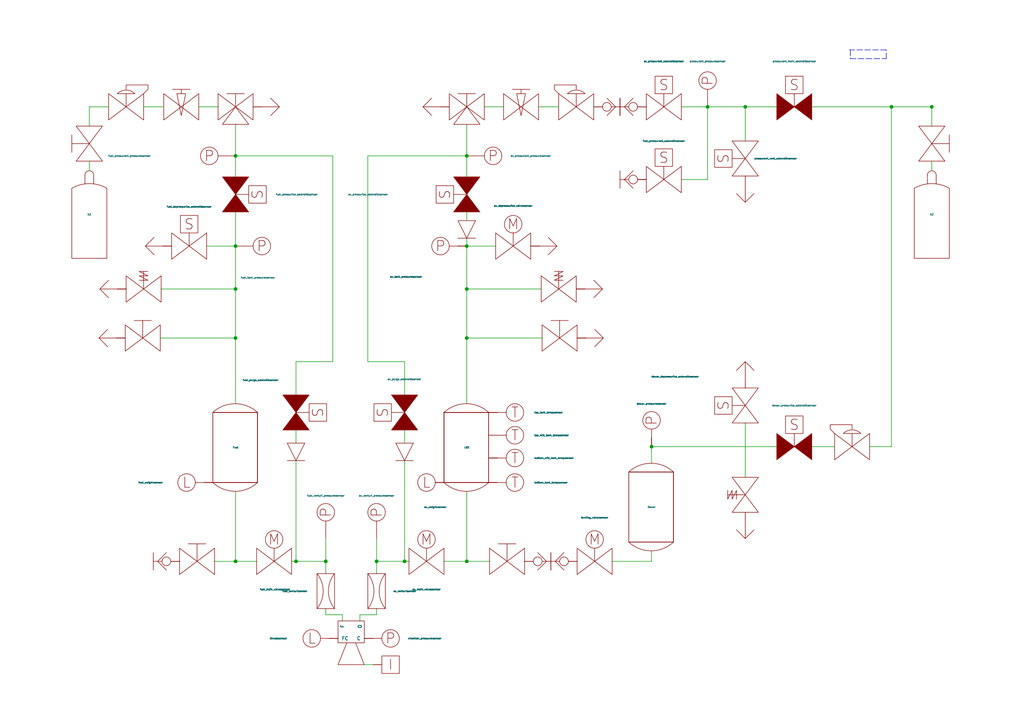
<source format=kicad_sch>
(kicad_sch (version 20231120) (generator "eeschema") (generator_version "8.0")
  (paper "A4")
  (lib_symbols
    (symbol "lamarr_complete-rescue:CheckValve-PnID-Lib" (pin_numbers hide) (pin_names (offset 1.016))
      (property "Reference" "CheckValve" (at 0 -3.302 0))
      (symbol "CheckValve-PnID-Lib_0_0"
        (polyline (pts (xy 2.54 2.54) (xy 2.54 -2.54)))
        (polyline (pts (xy -2.54 2.54) (xy -2.54 -2.54) (xy 2.54 0) (xy -2.54 2.54)))
      )
      (symbol "CheckValve-PnID-Lib_1_1"
        (pin bidirectional line (at -2.54 0 0) (length 0) (name "~") (number "~"))
        (pin bidirectional line (at 2.54 0 180) (length 0) (name "~") (number "~"))
      )
    )
    (symbol "lamarr_complete-rescue:Engine-PnID-Lib" (pin_numbers hide) (pin_names (offset 1.016))
      (property "Reference" "Engine" (at 0 -11.43 0))
      (symbol "Engine-PnID-Lib_0_0"
        (rectangle (start -3.81 2.54) (end 3.81 -3.81))
        (polyline (pts (xy -1.27 -3.81) (xy -3.81 -10.16) (xy 3.81 -10.16) (xy 1.27 -3.81)))
      )
      (symbol "Engine-PnID-Lib_1_1"
        (pin bidirectional line (at 3.81 -2.54 180) (length 0) (name "C") (number "~"))
        (pin input line (at -2.54 2.54 270) (length 0) (name "F") (number "~"))
        (pin input line (at -3.81 -2.54 0) (length 0) (name "FC") (number "~"))
        (pin input line (at 2.54 2.54 270) (length 0) (name "O") (number "~"))
      )
    )
    (symbol "lamarr_complete-rescue:GasBottle-PnID-Lib" (pin_numbers hide) (pin_names (offset 1.016))
      (property "Reference" "GasBottle" (at 0 -1.016 0))
      (symbol "GasBottle-PnID-Lib_0_0"
        (polyline (pts (xy -1.27 8.89) (xy -1.27 11.43)))
        (polyline (pts (xy 1.27 8.89) (xy 1.27 11.43)))
        (polyline (pts (xy -5.08 7.62) (xy -5.08 -12.7) (xy 5.08 -12.7) (xy 5.08 7.62)))
        (arc (start 1.27 11.43) (mid 0 12.7) (end -1.27 11.43))
        (arc (start 5.08 7.62) (mid 0 8.9691) (end -5.08 7.62))
      )
      (symbol "GasBottle-PnID-Lib_1_1"
        (pin output line (at 0 12.7 270) (length 0) (name "~") (number "~"))
      )
    )
    (symbol "lamarr_complete-rescue:PressureRegulator-PnID-Lib" (pin_numbers hide) (pin_names (offset 1.016))
      (property "Reference" "PressureRegulator" (at 0 -5.08 0))
      (property "Value" "PnID-Lib_PressureRegulator" (at 0 -6.35 0))
      (symbol "PressureRegulator-PnID-Lib_0_0"
        (polyline (pts (xy -2.54 3.81) (xy 2.54 3.81)))
        (polyline (pts (xy 0 0) (xy 0 3.81)))
        (polyline (pts (xy -5.08 3.81) (xy -6.35 5.08) (xy -6.35 6.35) (xy 0 6.35) (xy 0 5.08)))
        (arc (start 2.54 3.81) (mid 0 4.8621) (end -2.54 3.81))
      )
      (symbol "PressureRegulator-PnID-Lib_1_1"
        (polyline (pts (xy 0 0) (xy -5.08 3.81) (xy -5.08 -3.81) (xy 0 0)))
        (polyline (pts (xy 5.08 3.81) (xy 0 0) (xy 5.08 -3.81) (xy 5.08 3.81)))
        (pin bidirectional line (at -5.08 0 0) (length 0) (name "~") (number "~"))
        (pin bidirectional line (at 5.08 0 180) (length 0) (name "~") (number "~"))
      )
    )
    (symbol "lamarr_complete-rescue:QuickConnect_Half-PnID-Lib" (pin_numbers hide) (pin_names (offset 1.016))
      (property "Reference" "QuickConnect" (at 0 -5.08 0))
      (property "Value" "PnID-Lib_QuickConnect_Half" (at 0 -7.62 0))
      (symbol "QuickConnect_Half-PnID-Lib_0_0"
        (circle (center -3.81 0) (radius 1.27))
        (polyline (pts (xy -1.27 0) (xy -3.81 -2.54)))
        (polyline (pts (xy -1.27 0) (xy -2.54 0)))
        (polyline (pts (xy 0 2.54) (xy 0 -2.54)))
        (polyline (pts (xy 0 0) (xy -1.27 0) (xy -3.81 2.54)))
      )
      (symbol "QuickConnect_Half-PnID-Lib_1_1"
        (pin bidirectional line (at -7.62 0 0) (length 2.54) (name "~") (number "~"))
      )
    )
    (symbol "lamarr_complete-rescue:Sensor_Load-PnID-Lib" (pin_numbers hide) (pin_names (offset 1.016))
      (property "Reference" "Sensor_Load" (at 6.35 0.762 0))
      (property "Value" "PnID-Lib_Sensor_Load" (at 6.35 -0.762 0))
      (property "Data_Content" " " (at 0 0 0))
      (symbol "Sensor_Load-PnID-Lib_0_0"
        (polyline (pts (xy -5.08 0) (xy -2.54 0)))
        (circle (center 0 0) (radius 2.54))
        (text "L" (at 0 0 0) (effects (font (size 2.9972 2.9972))))
      )
      (symbol "Sensor_Load-PnID-Lib_1_1"
        (pin bidirectional line (at -7.62 0 0) (length 2.54) (name "~") (number "~"))
      )
    )
    (symbol "lamarr_complete-rescue:Sensor_Load_Short-PnID-Lib" (pin_numbers hide) (pin_names (offset 1.016))
      (property "Reference" "Sensor_Load_Short" (at 6.35 0.762 0))
      (property "Value" "PnID-Lib_Sensor_Load_Short" (at 6.35 -0.762 0))
      (property "Data_Content" " " (at 0 0 0))
      (symbol "Sensor_Load_Short-PnID-Lib_0_0"
        (circle (center 0 0) (radius 2.54))
        (text "L" (at 0 0 0) (effects (font (size 2.9972 2.9972))))
      )
      (symbol "Sensor_Load_Short-PnID-Lib_1_1"
        (pin bidirectional line (at -5.08 0 0) (length 2.54) (name "~") (number "~"))
      )
    )
    (symbol "lamarr_complete-rescue:Sensor_Pressure-PnID-Lib" (pin_numbers hide) (pin_names (offset 1.016))
      (property "Reference" "Sensor_Pressure" (at 6.35 0.762 0))
      (property "Value" "PnID-Lib_Sensor_Pressure" (at 6.35 -0.762 0))
      (property "Data_Content" " " (at 0 0 0))
      (symbol "Sensor_Pressure-PnID-Lib_0_0"
        (polyline (pts (xy -5.08 0) (xy -2.54 0)))
        (circle (center 0 0) (radius 2.54))
        (text "P" (at 0 0 0) (effects (font (size 2.9972 2.9972))))
      )
      (symbol "Sensor_Pressure-PnID-Lib_1_1"
        (pin bidirectional line (at -7.62 0 0) (length 2.54) (name "~") (number "~"))
      )
    )
    (symbol "lamarr_complete-rescue:Sensor_Temperature-PnID-Lib" (pin_numbers hide) (pin_names (offset 1.016))
      (property "Reference" "Sensor_Temperature" (at 7.112 0.762 0))
      (property "Value" "PnID-Lib_Sensor_Temperature" (at 7.112 -0.762 0))
      (symbol "Sensor_Temperature-PnID-Lib_0_0"
        (polyline (pts (xy -5.08 0) (xy -2.54 0)))
        (text "T" (at 0 0 0) (effects (font (size 2.9972 2.9972))))
      )
      (symbol "Sensor_Temperature-PnID-Lib_0_1"
        (circle (center 0 0) (radius 2.54))
      )
      (symbol "Sensor_Temperature-PnID-Lib_1_1"
        (pin bidirectional line (at -7.62 0 0) (length 2.54) (name "~") (number "~"))
      )
    )
    (symbol "lamarr_complete-rescue:Tank_Slim-PnID-Lib" (pin_numbers hide) (pin_names (offset 1.016))
      (property "Reference" "Tank_Slim" (at 0 1.27 0))
      (property "Value" "PnID-Lib_Tank_Slim" (at 0 -1.27 0))
      (symbol "Tank_Slim-PnID-Lib_0_0"
        (polyline (pts (xy 6.35 10.16) (xy 6.35 -10.16)))
      )
      (symbol "Tank_Slim-PnID-Lib_0_1"
        (rectangle (start -6.604 -10.16) (end 6.35 10.16))
        (polyline (pts (xy -6.604 10.16) (xy -6.604 -10.16)))
        (polyline (pts (xy -6.35 -10.16) (xy 6.35 -10.16)))
        (polyline (pts (xy -6.35 10.16) (xy 6.35 10.16)))
        (arc (start 6.35 10.16) (mid -0.127 12.7008) (end -6.604 10.16))
      )
      (symbol "Tank_Slim-PnID-Lib_1_1"
        (arc (start -6.604 -10.16) (mid -0.127 -12.7008) (end 6.35 -10.16))
        (pin bidirectional line (at 0 -12.7 90) (length 0) (name "~") (number "~"))
        (pin bidirectional line (at 0 12.7 270) (length 0) (name "~") (number "~"))
      )
    )
    (symbol "lamarr_complete-rescue:Valve_Manual-PnID-Lib" (pin_numbers hide) (pin_names (offset 1.016))
      (property "Reference" "Valve_Manual" (at 0 -5.08 0))
      (symbol "Valve_Manual-PnID-Lib_0_0"
        (polyline (pts (xy -2.54 5.08) (xy 2.54 5.08)))
        (polyline (pts (xy 0 0) (xy 0 5.08)))
      )
      (symbol "Valve_Manual-PnID-Lib_1_1"
        (polyline (pts (xy 0 0) (xy -5.08 3.81) (xy -5.08 -3.81) (xy 0 0)))
        (polyline (pts (xy 5.08 3.81) (xy 0 0) (xy 5.08 -3.81) (xy 5.08 3.81)))
        (pin bidirectional line (at -5.08 0 0) (length 0) (name "~") (number "~"))
        (pin bidirectional line (at 5.08 0 180) (length 0) (name "~") (number "~"))
      )
    )
    (symbol "lamarr_complete-rescue:Valve_Manual_3Way-PnID-Lib" (pin_names (offset 1.016))
      (property "Reference" "U" (at 0 19.558 0))
      (property "Value" "PnID-Lib_Valve_Manual_3Way" (at 0 17.272 0))
      (symbol "Valve_Manual_3Way-PnID-Lib_1_1"
        (polyline (pts (xy -2.54 10.922) (xy 2.54 10.922)))
        (polyline (pts (xy 0 7.112) (xy 0 10.922)))
        (polyline (pts (xy 0 7.112) (xy -5.08 10.922) (xy -5.08 3.302) (xy 0 7.112)))
        (polyline (pts (xy 3.81 2.032) (xy 0 7.112) (xy -3.81 2.032) (xy 3.81 2.032)))
        (polyline (pts (xy 5.08 10.922) (xy 0 7.112) (xy 5.08 3.302) (xy 5.08 10.922)))
        (pin bidirectional line (at -5.08 7.112 0) (length 0) (name "~") (number "~"))
        (pin bidirectional line (at 0 2.032 90) (length 0) (name "~") (number "~"))
        (pin bidirectional line (at 5.08 7.112 180) (length 0) (name "~") (number "~"))
      )
    )
    (symbol "lamarr_complete-rescue:Valve_Needle-PnID-Lib" (pin_numbers hide) (pin_names (offset 1.016))
      (property "Reference" "Valve_Needle" (at 0 -5.08 0))
      (symbol "Valve_Needle-PnID-Lib_0_0"
        (polyline (pts (xy -2.54 5.08) (xy 2.54 5.08)))
        (polyline (pts (xy 0 3.81) (xy 0 5.08)))
        (polyline (pts (xy 0 -2.54) (xy -1.27 3.81) (xy 1.27 3.81) (xy 0 -2.54)))
      )
      (symbol "Valve_Needle-PnID-Lib_1_1"
        (polyline (pts (xy 0 0) (xy -5.08 3.81) (xy -5.08 -3.81) (xy 0 0)))
        (polyline (pts (xy 5.08 3.81) (xy 0 0) (xy 5.08 -3.81) (xy 5.08 3.81)))
        (pin bidirectional line (at -5.08 0 0) (length 0) (name "~") (number "~"))
        (pin bidirectional line (at 5.08 0 180) (length 0) (name "~") (number "~"))
      )
    )
    (symbol "lamarr_complete-rescue:Valve_OverPressure-PnID-Lib" (pin_numbers hide) (pin_names (offset 1.016))
      (property "Reference" "Valve_OverPressure" (at 0 -4.572 0))
      (symbol "Valve_OverPressure-PnID-Lib_0_0"
        (polyline (pts (xy 0 0) (xy 0 5.08)))
        (polyline (pts (xy -1.27 2.54) (xy 1.27 2.54) (xy -1.27 3.81) (xy 1.27 3.81) (xy -1.27 5.08) (xy 1.27 5.08)))
      )
      (symbol "Valve_OverPressure-PnID-Lib_1_1"
        (polyline (pts (xy 0 0) (xy -5.08 3.81) (xy -5.08 -3.81) (xy 0 0)))
        (polyline (pts (xy 5.08 3.81) (xy 0 0) (xy 5.08 -3.81) (xy 5.08 3.81)))
        (pin bidirectional line (at -5.08 0 0) (length 0) (name "~") (number "~"))
        (pin bidirectional line (at 5.08 0 180) (length 0) (name "~") (number "~"))
      )
    )
    (symbol "lamarr_complete-rescue:Valve_Servo-PnID-Lib" (pin_numbers hide) (pin_names (offset 1.016))
      (property "Reference" "Valve_Servo" (at 0 -4.064 0))
      (property "Value" "PnID-Lib_Valve_Servo" (at 0 -5.334 0))
      (symbol "Valve_Servo-PnID-Lib_0_0"
        (polyline (pts (xy 0 0) (xy 0 3.81)))
        (circle (center 0 6.35) (radius 2.54))
        (text "M" (at 0 6.35 0) (effects (font (size 2.9972 2.9972))))
      )
      (symbol "Valve_Servo-PnID-Lib_0_1"
        (polyline (pts (xy 0 0) (xy -5.08 3.81) (xy -5.08 -3.81) (xy 0 0)))
      )
      (symbol "Valve_Servo-PnID-Lib_1_1"
        (polyline (pts (xy 5.08 3.81) (xy 0 0) (xy 5.08 -3.81) (xy 5.08 3.81)))
        (pin bidirectional line (at -5.08 0 0) (length 0) (name "~") (number "~"))
        (pin bidirectional line (at 5.08 0 180) (length 0) (name "~") (number "~"))
      )
    )
    (symbol "lamarr_complete-rescue:Valve_Solenoid_NC-PnID-Lib" (pin_numbers hide) (pin_names (offset 1.016))
      (property "Reference" "Valve_Solenoid" (at 0.254 -4.318 0))
      (property "Value" "PnID-Lib_Valve_Solenoid_NC" (at 0.254 -5.588 0))
      (symbol "Valve_Solenoid_NC-PnID-Lib_0_0"
        (rectangle (start -2.54 3.81) (end 2.54 8.89))
        (text "S" (at 0 6.35 0) (effects (font (size 2.9972 2.9972))))
      )
      (symbol "Valve_Solenoid_NC-PnID-Lib_0_1"
        (polyline (pts (xy 0 3.81) (xy 0 0)))
      )
      (symbol "Valve_Solenoid_NC-PnID-Lib_1_1"
        (polyline (pts (xy 0 0) (xy -5.08 3.81) (xy -5.08 -3.81) (xy 0 0)) (fill (type outline)))
        (polyline (pts (xy 5.08 3.81) (xy 0 0) (xy 5.08 -3.81) (xy 5.08 3.81)) (fill (type outline)))
        (pin bidirectional line (at -5.08 0 0) (length 0) (name "~") (number "~"))
        (pin bidirectional line (at 5.08 0 180) (length 0) (name "~") (number "~"))
      )
    )
    (symbol "lamarr_complete-rescue:Valve_Solenoid_NO-PnID-Lib" (pin_numbers hide) (pin_names (offset 1.016))
      (property "Reference" "Valve_Solenoid" (at 0.254 -4.318 0))
      (property "Value" "PnID-Lib_Valve_Solenoid_NO" (at 0.254 -5.588 0))
      (symbol "Valve_Solenoid_NO-PnID-Lib_0_0"
        (rectangle (start -2.54 3.81) (end 2.54 8.89))
        (text "S" (at 0 6.35 0) (effects (font (size 2.9972 2.9972))))
      )
      (symbol "Valve_Solenoid_NO-PnID-Lib_0_1"
        (polyline (pts (xy 0 3.81) (xy 0 0)))
      )
      (symbol "Valve_Solenoid_NO-PnID-Lib_1_1"
        (polyline (pts (xy 0 0) (xy -5.08 3.81) (xy -5.08 -3.81) (xy 0 0)))
        (polyline (pts (xy 5.08 3.81) (xy 0 0) (xy 5.08 -3.81) (xy 5.08 3.81)))
        (pin bidirectional line (at -5.08 0 0) (length 0) (name "~") (number "~"))
        (pin bidirectional line (at 5.08 0 180) (length 0) (name "~") (number "~"))
      )
    )
    (symbol "lamarr_complete-rescue:Vent-PnID-Lib" (pin_numbers hide) (pin_names (offset 1.016))
      (property "Reference" "Vent" (at 2.54 1.27 0))
      (symbol "Vent-PnID-Lib_0_0"
        (polyline (pts (xy 0 0) (xy -5.08 0)))
        (polyline (pts (xy -2.54 2.54) (xy 0 0) (xy -2.54 -2.54)))
      )
      (symbol "Vent-PnID-Lib_1_1"
        (pin bidirectional line (at -7.62 0 0) (length 2.54) (name "~") (number "~"))
      )
    )
    (symbol "lamarr_complete-rescue:Venturi-PnID-Lib" (pin_numbers hide) (pin_names (offset 1.016))
      (property "Reference" "Venturi" (at 0 -5.08 0))
      (symbol "Venturi-PnID-Lib_0_0"
        (rectangle (start -5.08 2.54) (end 5.08 -2.54))
        (arc (start -5.08 2.54) (mid 0 0.758) (end 5.08 2.54))
        (arc (start 5.08 -2.54) (mid 0 -0.758) (end -5.08 -2.54))
      )
      (symbol "Venturi-PnID-Lib_1_1"
        (pin bidirectional line (at -5.08 0 0) (length 0) (name "~") (number "~"))
        (pin bidirectional line (at 5.08 0 180) (length 0) (name "~") (number "~"))
      )
    )
    (symbol "lamarr_complete-rescue:igniter-PnID-Lib" (pin_names (offset 1.016))
      (property "Value" "PnID-Lib_igniter" (at -5.08 0 0))
      (symbol "igniter-PnID-Lib_0_0"
        (text "I" (at 0 0 0) (effects (font (size 2.9972 2.9972))))
      )
      (symbol "igniter-PnID-Lib_0_1"
        (rectangle (start -2.54 2.54) (end 2.54 -2.54))
      )
      (symbol "igniter-PnID-Lib_1_1"
        (pin input line (at 5.08 0 180) (length 2.54) (name "~") (number "~"))
      )
    )
  )
  (junction (at 135.382 98.044))
  (junction (at 270.256 30.988))
  (junction (at 135.382 45.212))
  (junction (at 135.382 162.814))
  (junction (at 68.326 162.814))
  (junction (at 68.326 71.374))
  (junction (at 117.348 162.814))
  (junction (at 205.232 30.988))
  (junction (at 68.326 45.212))
  (junction (at 109.22 162.814))
  (junction (at 68.326 83.82))
  (junction (at 94.488 162.814))
  (junction (at 188.976 129.54))
  (junction (at 258.572 30.988))
  (junction (at 216.154 30.988))
  (junction (at 85.852 162.814))
  (junction (at 135.382 71.374))
  (junction (at 135.382 83.82))
  (junction (at 68.326 98.044))
  (polyline (pts (xy 246.634 17.018) (xy 257.048 17.018)) (stroke (width 0) (type dash)))
  (wire (pts (xy 68.326 61.468) (xy 68.326 71.374)))
  (wire (pts (xy 156.972 83.82) (xy 135.382 83.82)))
  (wire (pts (xy 270.256 30.988) (xy 270.256 30.734)))
  (wire (pts (xy 117.348 133.604) (xy 117.348 162.814)))
  (wire (pts (xy 109.22 156.21) (xy 109.22 162.814)))
  (wire (pts (xy 25.908 49.53) (xy 25.908 46.736)))
  (wire (pts (xy 62.23 162.814) (xy 68.326 162.814)))
  (wire (pts (xy 258.572 30.988) (xy 258.572 129.54)))
  (wire (pts (xy 270.256 49.53) (xy 270.256 46.736)))
  (wire (pts (xy 216.154 122.682) (xy 216.154 138.43)))
  (wire (pts (xy 188.976 129.54) (xy 188.976 134.366)))
  (wire (pts (xy 197.612 30.988) (xy 205.232 30.988)))
  (wire (pts (xy 117.348 104.902) (xy 117.348 114.554)))
  (wire (pts (xy 162.052 30.988) (xy 156.21 30.988)))
  (wire (pts (xy 31.496 30.988) (xy 25.908 30.988)))
  (wire (pts (xy 188.976 162.814) (xy 188.976 159.766)))
  (wire (pts (xy 216.154 30.988) (xy 225.298 30.988)))
  (wire (pts (xy 108.204 192.786) (xy 105.664 192.786)))
  (wire (pts (xy 99.314 178.308) (xy 99.314 180.086)))
  (wire (pts (xy 258.572 30.988) (xy 235.458 30.988)))
  (wire (pts (xy 68.326 45.212) (xy 68.326 51.308)))
  (wire (pts (xy 68.326 36.068) (xy 68.326 45.212)))
  (wire (pts (xy 128.778 162.814) (xy 135.382 162.814)))
  (wire (pts (xy 135.382 45.212) (xy 135.382 51.308)))
  (wire (pts (xy 143.764 71.374) (xy 135.382 71.374)))
  (wire (pts (xy 106.68 45.212) (xy 106.68 104.902)))
  (wire (pts (xy 117.348 162.814) (xy 109.22 162.814)))
  (wire (pts (xy 68.326 83.82) (xy 68.326 98.044)))
  (wire (pts (xy 63.246 30.988) (xy 57.658 30.988)))
  (wire (pts (xy 135.382 61.468) (xy 135.382 64.008)))
  (wire (pts (xy 135.382 162.814) (xy 141.986 162.814)))
  (wire (pts (xy 117.348 162.814) (xy 118.618 162.814)))
  (wire (pts (xy 117.348 128.524) (xy 117.348 124.714)))
  (wire (pts (xy 140.462 30.988) (xy 146.05 30.988)))
  (wire (pts (xy 258.572 30.988) (xy 270.256 30.988)))
  (wire (pts (xy 135.382 142.494) (xy 135.382 162.814)))
  (wire (pts (xy 216.154 30.988) (xy 216.154 40.894)))
  (polyline (pts (xy 257.048 14.478) (xy 246.38 14.478)) (stroke (width 0) (type dash)))
  (wire (pts (xy 47.498 30.988) (xy 41.656 30.988)))
  (wire (pts (xy 85.852 124.714) (xy 85.852 128.524)))
  (wire (pts (xy 242.062 129.54) (xy 235.458 129.54)))
  (wire (pts (xy 25.908 30.988) (xy 25.908 36.576)))
  (wire (pts (xy 84.582 162.814) (xy 85.852 162.814)))
  (wire (pts (xy 197.612 52.07) (xy 205.232 52.07)))
  (wire (pts (xy 104.394 178.308) (xy 104.394 180.086)))
  (wire (pts (xy 46.482 98.044) (xy 68.326 98.044)))
  (wire (pts (xy 96.52 104.902) (xy 85.852 104.902)))
  (wire (pts (xy 109.22 176.53) (xy 109.22 178.308)))
  (wire (pts (xy 205.232 30.988) (xy 216.154 30.988)))
  (wire (pts (xy 205.232 30.988) (xy 205.232 52.07)))
  (wire (pts (xy 68.326 98.044) (xy 68.326 117.094)))
  (wire (pts (xy 135.382 83.82) (xy 135.382 71.374)))
  (wire (pts (xy 94.488 156.21) (xy 94.488 162.814)))
  (wire (pts (xy 68.326 142.494) (xy 68.326 162.814)))
  (wire (pts (xy 68.326 162.814) (xy 74.422 162.814)))
  (wire (pts (xy 177.546 162.814) (xy 188.976 162.814)))
  (wire (pts (xy 106.68 45.212) (xy 135.382 45.212)))
  (wire (pts (xy 109.22 162.814) (xy 109.22 166.37)))
  (wire (pts (xy 94.488 178.308) (xy 99.314 178.308)))
  (wire (pts (xy 106.68 104.902) (xy 117.348 104.902)))
  (wire (pts (xy 96.52 45.212) (xy 96.52 104.902)))
  (wire (pts (xy 135.382 36.068) (xy 135.382 45.212)))
  (wire (pts (xy 85.852 104.902) (xy 85.852 114.554)))
  (wire (pts (xy 270.256 30.988) (xy 270.256 36.576)))
  (wire (pts (xy 85.852 162.814) (xy 94.488 162.814)))
  (wire (pts (xy 68.326 45.212) (xy 96.52 45.212)))
  (wire (pts (xy 135.382 71.374) (xy 135.382 69.088)))
  (wire (pts (xy 59.944 71.374) (xy 68.326 71.374)))
  (polyline (pts (xy 246.634 14.478) (xy 246.634 17.018)) (stroke (width 0) (type dash)))
  (wire (pts (xy 157.226 98.044) (xy 135.382 98.044)))
  (wire (pts (xy 46.736 83.82) (xy 68.326 83.82)))
  (wire (pts (xy 94.488 162.814) (xy 94.488 166.37)))
  (wire (pts (xy 135.382 98.044) (xy 135.382 117.094)))
  (wire (pts (xy 85.852 133.604) (xy 85.852 162.814)))
  (polyline (pts (xy 257.048 17.018) (xy 257.048 14.478)) (stroke (width 0) (type dash)))
  (wire (pts (xy 68.326 71.374) (xy 68.326 83.82)))
  (wire (pts (xy 135.382 98.044) (xy 135.382 83.82)))
  (wire (pts (xy 188.976 129.54) (xy 225.298 129.54)))
  (wire (pts (xy 258.572 129.54) (xy 252.222 129.54)))
  (wire (pts (xy 104.394 178.308) (xy 109.22 178.308)))
  (wire (pts (xy 94.488 178.308) (xy 94.488 176.53)))
  (symbol (lib_id "lamarr_complete-rescue:GasBottle-PnID-Lib") (at 25.908 62.23 0) (unit 1)
    (property "Reference" "N2" (at 25.908 62.23 0) (effects (font (size 0.508 0.508))))
    (property "Value" "N2" (effects (hide yes)))
  )
  (symbol (lib_id "lamarr_complete-rescue:Sensor_Pressure-PnID-Lib") (at 143.002 45.212 0) (unit 1)
    (property "Reference" "ox_pressurant_pressure:sensor" (effects (hide yes)))
    (property "Value" "ox_pressurant_pressure:sensor" (at 148.082 45.212 0) (effects (font (size 0.508 0.508)) (justify left)))
    (property "Unit" "bar" (effects (hide yes)))
    (property "Action_Reference" " " (effects (hide yes)))
    (property "Data_Content" " " (effects (hide yes)))
  )
  (symbol (lib_id "lamarr_complete-rescue:Sensor_Pressure-PnID-Lib") (at 60.706 45.212 180) (unit 1)
    (property "Reference" "fuel_pressurant_pressure" (effects (hide yes)))
    (property "Value" "fuel_pressurant_pressure:sensor" (at 43.688 45.212 0) (effects (font (size 0.508 0.508)) (justify left)))
    (property "Unit" "bar" (effects (hide yes)))
    (property "Action_Reference" " " (effects (hide yes)))
    (property "Data_Content" " " (effects (hide yes)))
  )
  (symbol (lib_name "lamarr_complete-rescue:Valve_Solenoid_NC-PnID-Lib") (lib_id "lamarr_complete-rescue:Valve_Solenoid_NC-PnID-Lib") (at 135.382 56.388 90) (mirror x) (unit 1)
    (property "Reference" "ox_pressurize_solenoid" (effects (hide yes)))
    (property "Value" "ox_pressurize_solenoid:sensor" (at 112.522 56.388 90) (effects (font (size 0.508 0.508)) (justify left)))
    (property "Unit" "%" (effects (hide yes)))
    (property "Action_Reference" " " (effects (hide yes)))
  )
  (symbol (lib_name "lamarr_complete-rescue:Valve_Solenoid_NC-PnID-Lib") (lib_id "lamarr_complete-rescue:Valve_Solenoid_NC-PnID-Lib") (at 68.326 56.388 270) (unit 1)
    (property "Reference" "fuel_pressurize_solenoid" (effects (hide yes)))
    (property "Value" "fuel_pressurize_solenoid:sensor" (at 80.01 56.388 90) (effects (font (size 0.508 0.508)) (justify left)))
    (property "Unit" "%" (effects (hide yes)))
    (property "Action_Reference" " " (effects (hide yes)))
  )
  (symbol (lib_name "lamarr_complete-rescue:Valve_Solenoid_NC-PnID-Lib") (lib_id "lamarr_complete-rescue:Valve_Solenoid_NC-PnID-Lib") (at 117.348 119.634 90) (unit 1)
    (property "Reference" "ox_purge_solenoid" (effects (hide yes)))
    (property "Value" "ox_purge_solenoid:sensor" (at 122.174 109.982 90) (effects (font (size 0.508 0.508)) (justify left)))
    (property "Unit" "%" (effects (hide yes)))
    (property "Action_Reference" " " (effects (hide yes)))
  )
  (symbol (lib_name "lamarr_complete-rescue:Valve_Solenoid_NC-PnID-Lib") (lib_id "lamarr_complete-rescue:Valve_Solenoid_NC-PnID-Lib") (at 85.852 119.634 270) (unit 1)
    (property "Reference" "fuel_purge_solenoid" (effects (hide yes)))
    (property "Value" "fuel_purge_solenoid:sensor" (at 80.772 110.236 90) (effects (font (size 0.508 0.508)) (justify right)))
    (property "Unit" "%" (effects (hide yes)))
    (property "Action_Reference" " " (effects (hide yes)))
  )
  (symbol (lib_name "lamarr_complete-rescue:CheckValve-PnID-Lib") (lib_id "lamarr_complete-rescue:CheckValve-PnID-Lib") (at 135.382 66.548 270) (unit 1)
    (property "Reference" "CheckValve?" (effects (hide yes)))
    (property "Value" "CheckValve" (effects (hide yes)))
  )
  (symbol (lib_name "lamarr_complete-rescue:Tank_Slim-PnID-Lib") (lib_id "lamarr_complete-rescue:Tank_Slim-PnID-Lib") (at 135.382 129.794 0) (unit 1)
    (property "Reference" "LOX" (at 135.382 129.794 0) (effects (font (size 0.508 0.508))))
    (property "Value" "lox_tank" (effects (hide yes)))
    (property "Unit" "%" (effects (hide yes)))
    (property "Action_Reference" " " (effects (hide yes)))
    (property "Data_Content" " " (effects (hide yes)))
  )
  (symbol (lib_name "lamarr_complete-rescue:Tank_Slim-PnID-Lib") (lib_id "lamarr_complete-rescue:Tank_Slim-PnID-Lib") (at 68.326 129.794 0) (unit 1)
    (property "Reference" "Fuel" (at 68.326 129.794 0) (effects (font (size 0.508 0.508))))
    (property "Value" "fuel_tank" (effects (hide yes)))
    (property "Unit" "%" (effects (hide yes)))
    (property "Action_Reference" " " (effects (hide yes)))
    (property "Data_Content" " " (effects (hide yes)))
  )
  (symbol (lib_name "lamarr_complete-rescue:Engine-PnID-Lib") (lib_id "lamarr_complete-rescue:Engine-PnID-Lib") (at 101.854 182.626 0) (unit 1)
    (property "Reference" "engine" (effects (hide yes)))
    (property "Value" "engine" (effects (hide yes)))
    (property "Action_Reference" " " (effects (hide yes)))
  )
  (symbol (lib_name "lamarr_complete-rescue:CheckValve-PnID-Lib") (lib_id "lamarr_complete-rescue:CheckValve-PnID-Lib") (at 85.852 131.064 270) (unit 1)
    (property "Reference" "CheckValve?" (effects (hide yes)))
    (property "Value" "CheckValve" (effects (hide yes)))
  )
  (symbol (lib_name "lamarr_complete-rescue:CheckValve-PnID-Lib") (lib_id "lamarr_complete-rescue:CheckValve-PnID-Lib") (at 117.348 131.064 270) (unit 1)
    (property "Reference" "CheckValve?" (effects (hide yes)))
    (property "Value" "CheckValve" (effects (hide yes)))
  )
  (symbol (lib_id "lamarr_complete-rescue:Sensor_Pressure-PnID-Lib") (at 94.488 148.59 90) (unit 1)
    (property "Reference" "fuel_venturi_pressure" (effects (hide yes)))
    (property "Value" "fuel_venturi_pressure:sensor" (at 94.488 143.764 90) (effects (font (size 0.508 0.508))))
    (property "Unit" "bar" (effects (hide yes)))
    (property "Action_Reference" " " (effects (hide yes)))
    (property "Data_Content" " " (effects (hide yes)))
  )
  (symbol (lib_id "lamarr_complete-rescue:Sensor_Pressure-PnID-Lib") (at 109.22 148.59 90) (unit 1)
    (property "Reference" "ox_venturi_pressure" (effects (hide yes)))
    (property "Value" "ox_venturi_pressure:sensor" (at 109.22 143.764 90) (effects (font (size 0.508 0.508))))
    (property "Unit" "bar" (effects (hide yes)))
    (property "Action_Reference" " " (effects (hide yes)))
    (property "Data_Content" " " (effects (hide yes)))
  )
  (symbol (lib_id "lamarr_complete-rescue:Sensor_Pressure-PnID-Lib") (at 113.284 185.166 0) (unit 1)
    (property "Reference" "chamber_pressure" (effects (hide yes)))
    (property "Value" "chamber_pressure:sensor" (at 118.364 185.166 0) (effects (font (size 0.508 0.508)) (justify left)))
    (property "Unit" "bar" (effects (hide yes)))
    (property "Action_Reference" " " (effects (hide yes)))
    (property "Data_Content" " " (at 110.5408 189.5602 0))
  )
  (symbol (lib_id "lamarr_complete-rescue:Sensor_Temperature-PnID-Lib") (at 149.352 119.634 0) (mirror x) (unit 1)
    (property "Reference" "top_tank_temp" (effects (hide yes)))
    (property "Value" "top_tank_temp:sensor" (at 154.94 119.634 0) (effects (font (size 0.508 0.508)) (justify left)))
    (property "Unit" "˚C" (effects (hide yes)))
    (property "Action_Reference" " " (effects (hide yes)))
  )
  (symbol (lib_name "lamarr_complete-rescue:Valve_Manual-PnID-Lib") (lib_id "lamarr_complete-rescue:Valve_Manual-PnID-Lib") (at 147.066 162.814 0) (unit 1)
    (property "Reference" "ox_manual_tanking_valve" (effects (hide yes)))
    (property "Value" "ox_manual_tanking_valve" (effects (hide yes)))
    (property "Action_Reference" " " (effects (hide yes)))
  )
  (symbol (lib_id "lamarr_complete-rescue:QuickConnect_Half-PnID-Lib") (at 159.766 162.814 0) (unit 1)
    (property "Reference" "ox_quick_connect" (effects (hide yes)))
    (property "Value" "ox_quick_connect" (effects (hide yes)))
  )
  (symbol (lib_id "lamarr_complete-rescue:Vent-PnID-Lib") (at 122.682 30.988 180) (unit 1)
    (property "Reference" "Vent?" (effects (hide yes)))
    (property "Value" "Vent" (effects (hide yes)))
  )
  (symbol (lib_id "lamarr_complete-rescue:Vent-PnID-Lib") (at 81.026 30.988 0) (unit 1)
    (property "Reference" "Vent?" (effects (hide yes)))
    (property "Value" "Vent" (effects (hide yes)))
  )
  (symbol (lib_name "lamarr_complete-rescue:Venturi-PnID-Lib") (lib_id "lamarr_complete-rescue:Venturi-PnID-Lib") (at 109.22 171.45 270) (unit 1)
    (property "Reference" "ox_venturi" (effects (hide yes)))
    (property "Value" "ox_venturi:sensor" (at 114.046 171.45 90) (effects (font (size 0.508 0.508)) (justify left)))
    (property "Unit" "%" (effects (hide yes)))
  )
  (symbol (lib_name "lamarr_complete-rescue:Venturi-PnID-Lib") (lib_id "lamarr_complete-rescue:Venturi-PnID-Lib") (at 94.488 171.45 270) (unit 1)
    (property "Reference" "fuel_venturi" (effects (hide yes)))
    (property "Value" "fuel_venturi:sensor" (at 89.154 171.45 90) (effects (font (size 0.508 0.508)) (justify right)))
    (property "Unit" "%" (effects (hide yes)))
  )
  (symbol (lib_name "lamarr_complete-rescue:Valve_Manual-PnID-Lib") (lib_id "lamarr_complete-rescue:Valve_Manual-PnID-Lib") (at 25.908 41.656 90) (unit 1)
    (property "Reference" "fuel_manual_valve" (effects (hide yes)))
    (property "Value" "fuel_manual_valve" (effects (hide yes)))
    (property "Action_Reference" " " (effects (hide yes)))
  )
  (symbol (lib_name "lamarr_complete-rescue:PressureRegulator-PnID-Lib") (lib_id "lamarr_complete-rescue:PressureRegulator-PnID-Lib") (at 36.576 30.988 0) (mirror y) (unit 1)
    (property "Reference" "fuel_pressure_regulator" (effects (hide yes)))
    (property "Value" "fuel_pressure_regulator" (effects (hide yes)))
  )
  (symbol (lib_name "lamarr_complete-rescue:Valve_Needle-PnID-Lib") (lib_id "lamarr_complete-rescue:Valve_Needle-PnID-Lib") (at 52.578 30.988 0) (unit 1)
    (property "Reference" "fuel_needle_valve" (effects (hide yes)))
    (property "Value" "fuel_needle_valve" (effects (hide yes)))
    (property "Action_Reference" " " (effects (hide yes)))
  )
  (symbol (lib_name "lamarr_complete-rescue:Valve_Manual_3Way-PnID-Lib") (lib_id "lamarr_complete-rescue:Valve_Manual_3Way-PnID-Lib") (at 68.326 38.1 0) (unit 1)
    (property "Reference" "fuel_manual_3way" (effects (hide yes)))
    (property "Value" "fuel_manual_3way" (effects (hide yes)))
  )
  (symbol (lib_name "lamarr_complete-rescue:Valve_OverPressure-PnID-Lib") (lib_id "lamarr_complete-rescue:Valve_OverPressure-PnID-Lib") (at 41.656 83.82 0) (unit 1)
    (property "Reference" "fuel_safety_valve" (effects (hide yes)))
    (property "Value" "fuel_safety_valve" (effects (hide yes)))
    (property "Action_Reference" " " (effects (hide yes)))
  )
  (symbol (lib_name "lamarr_complete-rescue:Valve_Solenoid_NO-PnID-Lib") (lib_id "lamarr_complete-rescue:Valve_Solenoid_NO-PnID-Lib") (at 54.864 71.374 0) (unit 1)
    (property "Reference" "fuel_depressurize_solenoid" (effects (hide yes)))
    (property "Value" "fuel_depressurize_solenoid:sensor" (at 54.864 59.944 0) (effects (font (size 0.508 0.508))))
    (property "Unit" "%" (effects (hide yes)))
    (property "Action_Reference" " " (effects (hide yes)))
  )
  (symbol (lib_name "lamarr_complete-rescue:Valve_Manual-PnID-Lib") (lib_id "lamarr_complete-rescue:Valve_Manual-PnID-Lib") (at 57.15 162.814 0) (unit 1)
    (property "Reference" "fuel_manual_tanking_valve" (effects (hide yes)))
    (property "Value" "fuel_manual_tanking_valve" (effects (hide yes)))
    (property "Action_Reference" " " (effects (hide yes)))
  )
  (symbol (lib_id "lamarr_complete-rescue:QuickConnect_Half-PnID-Lib") (at 44.45 162.814 180) (unit 1)
    (property "Reference" "fuel_quick_connect" (effects (hide yes)))
    (property "Value" "fuel_quick_connect" (effects (hide yes)))
  )
  (symbol (lib_name "lamarr_complete-rescue:Valve_Manual-PnID-Lib") (lib_id "lamarr_complete-rescue:Valve_Manual-PnID-Lib") (at 41.402 98.044 0) (unit 1)
    (property "Reference" "fuel_manual_vent_valve" (effects (hide yes)))
    (property "Value" "fuel_manual_vent_valve" (effects (hide yes)))
    (property "Action_Reference" " " (effects (hide yes)))
  )
  (symbol (lib_id "lamarr_complete-rescue:Vent-PnID-Lib") (at 42.164 71.374 180) (unit 1)
    (property "Reference" "Vent?" (effects (hide yes)))
    (property "Value" "Vent" (effects (hide yes)))
  )
  (symbol (lib_id "lamarr_complete-rescue:Vent-PnID-Lib") (at 28.956 83.82 180) (unit 1)
    (property "Reference" "Vent?" (effects (hide yes)))
    (property "Value" "Vent" (effects (hide yes)))
  )
  (symbol (lib_id "lamarr_complete-rescue:Vent-PnID-Lib") (at 28.702 98.044 180) (unit 1)
    (property "Reference" "Vent?" (effects (hide yes)))
    (property "Value" "Vent" (effects (hide yes)))
  )
  (symbol (lib_name "lamarr_complete-rescue:Valve_Servo-PnID-Lib") (lib_id "lamarr_complete-rescue:Valve_Servo-PnID-Lib") (at 79.502 162.814 0) (unit 1)
    (property "Reference" "fuel_main_valve" (effects (hide yes)))
    (property "Value" "fuel_main_valve:sensor" (at 79.756 170.942 0) (effects (font (size 0.508 0.508))))
    (property "Unit" "%" (effects (hide yes)))
    (property "Action_Reference" " " (effects (hide yes)))
  )
  (symbol (lib_name "lamarr_complete-rescue:PressureRegulator-PnID-Lib") (lib_id "lamarr_complete-rescue:PressureRegulator-PnID-Lib") (at 247.142 129.54 0) (unit 1)
    (property "Reference" "DewarPressureRegulator?" (effects (hide yes)))
    (property "Value" "DewarPressureRegulator" (effects (hide yes)))
  )
  (symbol (lib_name "lamarr_complete-rescue:Valve_Solenoid_NC-PnID-Lib") (lib_id "lamarr_complete-rescue:Valve_Solenoid_NC-PnID-Lib") (at 230.378 129.54 0) (unit 1)
    (property "Reference" "dewar_pressurize_solenoid?" (effects (hide yes)))
    (property "Value" "dewar_pressurize_solenoid:sensor" (at 230.378 117.602 0) (effects (font (size 0.508 0.508))))
    (property "Unit" "%" (effects (hide yes)))
    (property "Action_Reference" " " (effects (hide yes)))
  )
  (symbol (lib_name "lamarr_complete-rescue:Valve_OverPressure-PnID-Lib") (lib_id "lamarr_complete-rescue:Valve_OverPressure-PnID-Lib") (at 216.154 143.51 90) (unit 1)
    (property "Reference" "DewarOverPressureValve?" (effects (hide yes)))
    (property "Value" "DewarOverPressureValve" (effects (hide yes)))
    (property "Action_Reference" " " (effects (hide yes)))
  )
  (symbol (lib_id "lamarr_complete-rescue:Sensor_Pressure-PnID-Lib") (at 188.976 121.92 90) (unit 1)
    (property "Reference" "dewar_pressure?" (effects (hide yes)))
    (property "Value" "dewar_pressure:sensor" (at 188.976 117.094 90) (effects (font (size 0.508 0.508))))
    (property "Unit" "bar" (effects (hide yes)))
    (property "Action_Reference" " " (effects (hide yes)))
    (property "Data_Content" " " (effects (hide yes)))
  )
  (symbol (lib_name "lamarr_complete-rescue:Tank_Slim-PnID-Lib") (lib_id "lamarr_complete-rescue:Tank_Slim-PnID-Lib") (at 188.976 147.066 0) (unit 1)
    (property "Reference" "Dewar" (at 188.976 147.066 0) (effects (font (size 0.508 0.508))))
    (property "Value" "dewar_fill_level:sensor" (effects (hide yes)))
    (property "Unit" "%" (effects (hide yes)))
    (property "Action_Reference" " " (effects (hide yes)))
    (property "Data_Content" " " (effects (hide yes)))
  )
  (symbol (lib_name "lamarr_complete-rescue:Valve_Servo-PnID-Lib") (lib_id "lamarr_complete-rescue:Valve_Servo-PnID-Lib") (at 172.466 162.814 0) (unit 1)
    (property "Reference" "tanking_valve?" (effects (hide yes)))
    (property "Value" "tanking_valve:sensor" (at 172.466 150.114 0) (effects (font (size 0.508 0.508))))
    (property "Unit" "%" (effects (hide yes)))
    (property "Action_Reference" " " (effects (hide yes)))
  )
  (symbol (lib_id "lamarr_complete-rescue:QuickConnect_Half-PnID-Lib") (at 159.766 162.814 180) (unit 1)
    (property "Reference" "DewarQuickConnect?" (effects (hide yes)))
    (property "Value" "DewarQuickConnect" (effects (hide yes)))
  )
  (symbol (lib_name "lamarr_complete-rescue:Valve_Solenoid_NC-PnID-Lib") (lib_id "lamarr_complete-rescue:Valve_Solenoid_NC-PnID-Lib") (at 230.378 30.988 0) (unit 1)
    (property "Reference" "pressurant_main_solenoid?" (effects (hide yes)))
    (property "Value" "pressurant_main_solenoid:sensor" (at 230.378 17.78 0) (effects (font (size 0.508 0.508))))
    (property "Unit" "%" (effects (hide yes)))
    (property "Action_Reference" " " (effects (hide yes)))
  )
  (symbol (lib_name "lamarr_complete-rescue:Valve_Solenoid_NO-PnID-Lib") (lib_id "lamarr_complete-rescue:Valve_Solenoid_NO-PnID-Lib") (at 216.154 45.974 90) (unit 1)
    (property "Reference" "pressurant_vent_solenoid?" (effects (hide yes)))
    (property "Value" "pressurant_vent_solenoid:sensor" (at 231.14 45.974 90) (effects (font (size 0.508 0.508)) (justify left)))
    (property "Unit" "%" (effects (hide yes)))
    (property "Action_Reference" " " (effects (hide yes)))
  )
  (symbol (lib_id "lamarr_complete-rescue:Sensor_Pressure-PnID-Lib") (at 205.232 23.368 90) (unit 1)
    (property "Reference" "pressurant_pressure?" (effects (hide yes)))
    (property "Value" "pressurant_pressure:sensor" (at 205.232 17.78 90) (effects (font (size 0.508 0.508))))
    (property "Unit" "bar" (effects (hide yes)))
    (property "Action_Reference" " " (effects (hide yes)))
    (property "Data_Content" " " (effects (hide yes)))
  )
  (symbol (lib_name "lamarr_complete-rescue:Valve_Solenoid_NO-PnID-Lib") (lib_id "lamarr_complete-rescue:Valve_Solenoid_NO-PnID-Lib") (at 192.532 52.07 0) (unit 1)
    (property "Reference" "fuel_pressurant_solenoid?" (effects (hide yes)))
    (property "Value" "fuel_pressurant_solenoid:sensor" (at 192.532 40.894 0) (effects (font (size 0.508 0.508))))
    (property "Unit" "%" (effects (hide yes)))
    (property "Action_Reference" " " (effects (hide yes)))
  )
  (symbol (lib_name "lamarr_complete-rescue:Valve_Solenoid_NO-PnID-Lib") (lib_id "lamarr_complete-rescue:Valve_Solenoid_NO-PnID-Lib") (at 192.532 30.988 0) (unit 1)
    (property "Reference" "ox_pressurant_solenoid?" (effects (hide yes)))
    (property "Value" "ox_pressurant_solenoid:sensor" (at 192.532 17.78 0) (effects (font (size 0.508 0.508))))
    (property "Unit" "%" (effects (hide yes)))
    (property "Action_Reference" " " (effects (hide yes)))
  )
  (symbol (lib_id "lamarr_complete-rescue:QuickConnect_Half-PnID-Lib") (at 179.832 30.988 180) (unit 1)
    (property "Reference" "ox_quick_connect?" (effects (hide yes)))
    (property "Value" "ox_quick_connect" (effects (hide yes)))
  )
  (symbol (lib_id "lamarr_complete-rescue:QuickConnect_Half-PnID-Lib") (at 179.832 52.07 180) (unit 1)
    (property "Reference" "fuel_quick_connect?" (effects (hide yes)))
    (property "Value" "fuel_quick_connect" (effects (hide yes)))
  )
  (symbol (lib_name "lamarr_complete-rescue:Valve_Solenoid_NO-PnID-Lib") (lib_id "lamarr_complete-rescue:Valve_Solenoid_NO-PnID-Lib") (at 216.154 117.602 90) (unit 1)
    (property "Reference" "dewar_depressurize_solenoid?" (effects (hide yes)))
    (property "Value" "dewar_depressurize_solenoid:sensor" (at 202.692 109.22 90) (effects (font (size 0.508 0.508)) (justify left)))
    (property "Unit" "%" (effects (hide yes)))
    (property "Action_Reference" " " (effects (hide yes)))
  )
  (symbol (lib_id "lamarr_complete-rescue:Vent-PnID-Lib") (at 216.154 58.674 270) (unit 1)
    (property "Reference" "Vent?" (effects (hide yes)))
    (property "Value" "Vent" (effects (hide yes)))
  )
  (symbol (lib_id "lamarr_complete-rescue:Vent-PnID-Lib") (at 216.154 104.902 90) (unit 1)
    (property "Reference" "Vent?" (effects (hide yes)))
    (property "Value" "Vent" (effects (hide yes)))
  )
  (symbol (lib_id "lamarr_complete-rescue:Vent-PnID-Lib") (at 216.154 156.21 270) (unit 1)
    (property "Reference" "Vent?" (effects (hide yes)))
    (property "Value" "Vent" (effects (hide yes)))
  )
  (symbol (lib_name "lamarr_complete-rescue:Valve_Manual-PnID-Lib") (lib_id "lamarr_complete-rescue:Valve_Manual-PnID-Lib") (at 270.256 41.656 270) (unit 1)
    (property "Reference" "ox_manual_valve" (effects (hide yes)))
    (property "Value" "ox_manual_valve" (effects (hide yes)))
    (property "Action_Reference" " " (effects (hide yes)))
  )
  (symbol (lib_id "lamarr_complete-rescue:QuickConnect_Half-PnID-Lib") (at 179.832 30.988 0) (unit 1)
    (property "Reference" "QuickConnect?" (effects (hide yes)))
    (property "Value" "QuickConnect_Half" (effects (hide yes)))
  )
  (symbol (lib_name "lamarr_complete-rescue:Valve_OverPressure-PnID-Lib") (lib_id "lamarr_complete-rescue:Valve_OverPressure-PnID-Lib") (at 162.052 83.82 0) (mirror y) (unit 1)
    (property "Reference" "ox_safety_valve" (effects (hide yes)))
    (property "Value" "ox_safety_valve" (effects (hide yes)))
    (property "Action_Reference" " " (effects (hide yes)))
  )
  (symbol (lib_name "lamarr_complete-rescue:Valve_Servo-PnID-Lib") (lib_id "lamarr_complete-rescue:Valve_Servo-PnID-Lib") (at 148.844 71.374 0) (mirror y) (unit 1)
    (property "Reference" "ox_depressurize_valve" (effects (hide yes)))
    (property "Value" "ox_depressurize_valve:sensor" (at 148.844 59.69 0) (effects (font (size 0.508 0.508))))
    (property "Unit" "%" (effects (hide yes)))
    (property "Action_Reference" " " (effects (hide yes)))
  )
  (symbol (lib_name "lamarr_complete-rescue:Valve_Manual-PnID-Lib") (lib_id "lamarr_complete-rescue:Valve_Manual-PnID-Lib") (at 162.306 98.044 0) (mirror y) (unit 1)
    (property "Reference" "ox_manual_vent_valve" (effects (hide yes)))
    (property "Value" "ox_manual_vent_valve" (effects (hide yes)))
    (property "Action_Reference" " " (effects (hide yes)))
  )
  (symbol (lib_id "lamarr_complete-rescue:Vent-PnID-Lib") (at 161.544 71.374 0) (mirror x) (unit 1)
    (property "Reference" "Vent?" (effects (hide yes)))
    (property "Value" "Vent" (effects (hide yes)))
  )
  (symbol (lib_id "lamarr_complete-rescue:Vent-PnID-Lib") (at 174.752 83.82 0) (mirror x) (unit 1)
    (property "Reference" "Vent?" (effects (hide yes)))
    (property "Value" "Vent" (effects (hide yes)))
  )
  (symbol (lib_id "lamarr_complete-rescue:Sensor_Pressure-PnID-Lib") (at 75.946 71.374 0) (unit 1)
    (property "Reference" "fuel_tank_pressure" (effects (hide yes)))
    (property "Value" "fuel_tank_pressure:sensor" (at 69.85 80.518 0) (effects (font (size 0.508 0.508)) (justify left)))
    (property "Unit" "bar" (effects (hide yes)))
    (property "Action_Reference" " " (effects (hide yes)))
    (property "Data_Content" " " (effects (hide yes)))
  )
  (symbol (lib_id "lamarr_complete-rescue:Sensor_Pressure-PnID-Lib") (at 127.762 71.374 180) (unit 1)
    (property "Reference" "ox_tank_pressure" (effects (hide yes)))
    (property "Value" "ox_tank_pressure:sensor" (at 122.428 80.264 0) (effects (font (size 0.508 0.508)) (justify left)))
    (property "Unit" "bar" (effects (hide yes)))
    (property "Action_Reference" " " (effects (hide yes)))
    (property "Data_Content" " " (effects (hide yes)))
  )
  (symbol (lib_id "lamarr_complete-rescue:GasBottle-PnID-Lib") (at 270.256 62.23 0) (unit 1)
    (property "Reference" "N2" (at 270.256 62.23 0) (effects (font (size 0.508 0.508))))
    (property "Value" "N2" (effects (hide yes)))
  )
  (symbol (lib_name "lamarr_complete-rescue:PressureRegulator-PnID-Lib") (lib_id "lamarr_complete-rescue:PressureRegulator-PnID-Lib") (at 167.132 30.988 0) (unit 1)
    (property "Reference" "ox_pressure_regulator" (effects (hide yes)))
    (property "Value" "ox_pressure_regulator" (effects (hide yes)))
  )
  (symbol (lib_name "lamarr_complete-rescue:Valve_Needle-PnID-Lib") (lib_id "lamarr_complete-rescue:Valve_Needle-PnID-Lib") (at 151.13 30.988 0) (mirror y) (unit 1)
    (property "Reference" "ox_needle_valve" (effects (hide yes)))
    (property "Value" "ox_needle_valve" (effects (hide yes)))
    (property "Action_Reference" " " (effects (hide yes)))
  )
  (symbol (lib_name "lamarr_complete-rescue:Valve_Manual_3Way-PnID-Lib") (lib_id "lamarr_complete-rescue:Valve_Manual_3Way-PnID-Lib") (at 135.382 38.1 0) (unit 1)
    (property "Reference" "fuel_manual_3way?" (effects (hide yes)))
    (property "Value" "fuel_manual_3way" (effects (hide yes)))
  )
  (symbol (lib_name "lamarr_complete-rescue:Valve_Servo-PnID-Lib") (lib_id "lamarr_complete-rescue:Valve_Servo-PnID-Lib") (at 123.698 162.814 0) (unit 1)
    (property "Reference" "ox_main_valve" (effects (hide yes)))
    (property "Value" "ox_main_valve:sensor" (at 123.698 170.942 0) (effects (font (size 0.508 0.508))))
    (property "Unit" "%" (effects (hide yes)))
    (property "Action_Reference" " " (effects (hide yes)))
  )
  (symbol (lib_id "lamarr_complete-rescue:Sensor_Temperature-PnID-Lib") (at 149.352 126.238 0) (mirror x) (unit 1)
    (property "Reference" "top_mid_tank_temp" (effects (hide yes)))
    (property "Value" "top_mid_tank_temp:sensor" (at 154.94 126.238 0) (effects (font (size 0.508 0.508)) (justify left)))
    (property "Unit" "˚C" (effects (hide yes)))
    (property "Action_Reference" " " (effects (hide yes)))
  )
  (symbol (lib_id "lamarr_complete-rescue:Sensor_Temperature-PnID-Lib") (at 149.352 132.842 0) (mirror x) (unit 1)
    (property "Reference" "bottom_mid_tank_temp" (effects (hide yes)))
    (property "Value" "bottom_mid_tank_temp:sensor" (at 154.94 132.842 0) (effects (font (size 0.508 0.508)) (justify left)))
    (property "Unit" "˚C" (effects (hide yes)))
    (property "Action_Reference" " " (effects (hide yes)))
  )
  (symbol (lib_id "lamarr_complete-rescue:Sensor_Temperature-PnID-Lib") (at 149.352 139.954 0) (mirror x) (unit 1)
    (property "Reference" "bottom_tank_temp" (effects (hide yes)))
    (property "Value" "bottom_tank_temp:sensor" (at 154.94 139.954 0) (effects (font (size 0.508 0.508)) (justify left)))
    (property "Unit" "˚C" (effects (hide yes)))
    (property "Action_Reference" " " (effects (hide yes)))
  )
  (symbol (lib_id "lamarr_complete-rescue:Sensor_Load-PnID-Lib") (at 90.424 185.166 180) (unit 1)
    (property "Reference" "thrust" (effects (hide yes)))
    (property "Value" "thrust:sensor" (at 78.232 185.166 0) (effects (font (size 0.508 0.508)) (justify right)))
    (property "Unit" "N" (effects (hide yes)))
    (property "Action_Reference" " " (effects (hide yes)))
    (property "Data_Content" " " (at 93.1672 180.7718 0))
  )
  (symbol (lib_id "lamarr_complete-rescue:igniter-PnID-Lib") (at 113.284 192.786 180) (unit 1)
    (property "Reference" "igniter" (effects (hide yes)))
    (property "Value" "igniter:sensor" (effects (hide yes)))
    (property "Unit" "Ohm" (effects (hide yes)))
  )
  (symbol (lib_id "lamarr_complete-rescue:Sensor_Load-PnID-Lib") (at 54.102 139.954 0) (mirror y) (unit 1)
    (property "Reference" "fuel_weight" (effects (hide yes)))
    (property "Value" "fuel_weight:sensor" (at 43.688 139.954 0) (effects (font (size 0.508 0.508))))
    (property "Unit" "kg" (effects (hide yes)))
    (property "Action_Reference" " " (effects (hide yes)))
    (property "Data_Content" " " (at 56.8452 135.5598 0))
  )
  (symbol (lib_id "lamarr_complete-rescue:Sensor_Load_Short-PnID-Lib") (at 123.698 139.954 0) (mirror y) (unit 1)
    (property "Reference" "ox_weight" (effects (hide yes)))
    (property "Value" "ox_weight:sensor" (at 126.238 147.066 0) (effects (font (size 0.508 0.508))))
    (property "Unit" "kg" (effects (hide yes)))
    (property "Action_Reference" " " (effects (hide yes)))
    (property "Data_Content" " " (at 125.1712 135.5598 0))
  )
  (symbol (lib_id "lamarr_complete-rescue:Vent-PnID-Lib") (at 175.006 98.044 0) (mirror x) (unit 1)
    (property "Reference" "Vent?" (effects (hide yes)))
    (property "Value" "Vent" (effects (hide yes)))
  )
)
</source>
